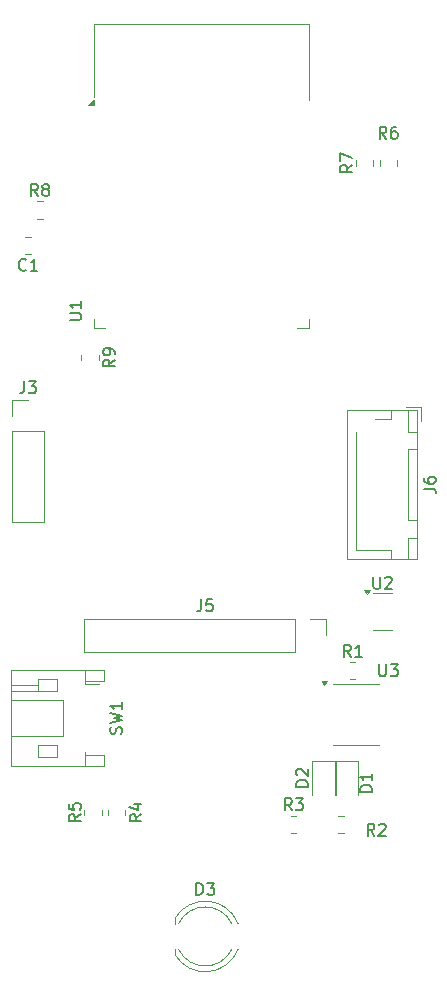
<source format=gbr>
%TF.GenerationSoftware,KiCad,Pcbnew,9.0.2*%
%TF.CreationDate,2025-12-20T20:47:09+01:00*%
%TF.ProjectId,Home sensor ESP32,486f6d65-2073-4656-9e73-6f7220455350,rev?*%
%TF.SameCoordinates,Original*%
%TF.FileFunction,Legend,Top*%
%TF.FilePolarity,Positive*%
%FSLAX46Y46*%
G04 Gerber Fmt 4.6, Leading zero omitted, Abs format (unit mm)*
G04 Created by KiCad (PCBNEW 9.0.2) date 2025-12-20 20:47:09*
%MOMM*%
%LPD*%
G01*
G04 APERTURE LIST*
%ADD10C,0.150000*%
%ADD11C,0.120000*%
G04 APERTURE END LIST*
D10*
X102738095Y-90454819D02*
X102738095Y-91264342D01*
X102738095Y-91264342D02*
X102785714Y-91359580D01*
X102785714Y-91359580D02*
X102833333Y-91407200D01*
X102833333Y-91407200D02*
X102928571Y-91454819D01*
X102928571Y-91454819D02*
X103119047Y-91454819D01*
X103119047Y-91454819D02*
X103214285Y-91407200D01*
X103214285Y-91407200D02*
X103261904Y-91359580D01*
X103261904Y-91359580D02*
X103309523Y-91264342D01*
X103309523Y-91264342D02*
X103309523Y-90454819D01*
X103690476Y-90454819D02*
X104309523Y-90454819D01*
X104309523Y-90454819D02*
X103976190Y-90835771D01*
X103976190Y-90835771D02*
X104119047Y-90835771D01*
X104119047Y-90835771D02*
X104214285Y-90883390D01*
X104214285Y-90883390D02*
X104261904Y-90931009D01*
X104261904Y-90931009D02*
X104309523Y-91026247D01*
X104309523Y-91026247D02*
X104309523Y-91264342D01*
X104309523Y-91264342D02*
X104261904Y-91359580D01*
X104261904Y-91359580D02*
X104214285Y-91407200D01*
X104214285Y-91407200D02*
X104119047Y-91454819D01*
X104119047Y-91454819D02*
X103833333Y-91454819D01*
X103833333Y-91454819D02*
X103738095Y-91407200D01*
X103738095Y-91407200D02*
X103690476Y-91359580D01*
X102238095Y-83054819D02*
X102238095Y-83864342D01*
X102238095Y-83864342D02*
X102285714Y-83959580D01*
X102285714Y-83959580D02*
X102333333Y-84007200D01*
X102333333Y-84007200D02*
X102428571Y-84054819D01*
X102428571Y-84054819D02*
X102619047Y-84054819D01*
X102619047Y-84054819D02*
X102714285Y-84007200D01*
X102714285Y-84007200D02*
X102761904Y-83959580D01*
X102761904Y-83959580D02*
X102809523Y-83864342D01*
X102809523Y-83864342D02*
X102809523Y-83054819D01*
X103238095Y-83150057D02*
X103285714Y-83102438D01*
X103285714Y-83102438D02*
X103380952Y-83054819D01*
X103380952Y-83054819D02*
X103619047Y-83054819D01*
X103619047Y-83054819D02*
X103714285Y-83102438D01*
X103714285Y-83102438D02*
X103761904Y-83150057D01*
X103761904Y-83150057D02*
X103809523Y-83245295D01*
X103809523Y-83245295D02*
X103809523Y-83340533D01*
X103809523Y-83340533D02*
X103761904Y-83483390D01*
X103761904Y-83483390D02*
X103190476Y-84054819D01*
X103190476Y-84054819D02*
X103809523Y-84054819D01*
X80354819Y-64666666D02*
X79878628Y-64999999D01*
X80354819Y-65238094D02*
X79354819Y-65238094D01*
X79354819Y-65238094D02*
X79354819Y-64857142D01*
X79354819Y-64857142D02*
X79402438Y-64761904D01*
X79402438Y-64761904D02*
X79450057Y-64714285D01*
X79450057Y-64714285D02*
X79545295Y-64666666D01*
X79545295Y-64666666D02*
X79688152Y-64666666D01*
X79688152Y-64666666D02*
X79783390Y-64714285D01*
X79783390Y-64714285D02*
X79831009Y-64761904D01*
X79831009Y-64761904D02*
X79878628Y-64857142D01*
X79878628Y-64857142D02*
X79878628Y-65238094D01*
X80354819Y-64190475D02*
X80354819Y-63999999D01*
X80354819Y-63999999D02*
X80307200Y-63904761D01*
X80307200Y-63904761D02*
X80259580Y-63857142D01*
X80259580Y-63857142D02*
X80116723Y-63761904D01*
X80116723Y-63761904D02*
X79926247Y-63714285D01*
X79926247Y-63714285D02*
X79545295Y-63714285D01*
X79545295Y-63714285D02*
X79450057Y-63761904D01*
X79450057Y-63761904D02*
X79402438Y-63809523D01*
X79402438Y-63809523D02*
X79354819Y-63904761D01*
X79354819Y-63904761D02*
X79354819Y-64095237D01*
X79354819Y-64095237D02*
X79402438Y-64190475D01*
X79402438Y-64190475D02*
X79450057Y-64238094D01*
X79450057Y-64238094D02*
X79545295Y-64285713D01*
X79545295Y-64285713D02*
X79783390Y-64285713D01*
X79783390Y-64285713D02*
X79878628Y-64238094D01*
X79878628Y-64238094D02*
X79926247Y-64190475D01*
X79926247Y-64190475D02*
X79973866Y-64095237D01*
X79973866Y-64095237D02*
X79973866Y-63904761D01*
X79973866Y-63904761D02*
X79926247Y-63809523D01*
X79926247Y-63809523D02*
X79878628Y-63761904D01*
X79878628Y-63761904D02*
X79783390Y-63714285D01*
X102333333Y-104954819D02*
X102000000Y-104478628D01*
X101761905Y-104954819D02*
X101761905Y-103954819D01*
X101761905Y-103954819D02*
X102142857Y-103954819D01*
X102142857Y-103954819D02*
X102238095Y-104002438D01*
X102238095Y-104002438D02*
X102285714Y-104050057D01*
X102285714Y-104050057D02*
X102333333Y-104145295D01*
X102333333Y-104145295D02*
X102333333Y-104288152D01*
X102333333Y-104288152D02*
X102285714Y-104383390D01*
X102285714Y-104383390D02*
X102238095Y-104431009D01*
X102238095Y-104431009D02*
X102142857Y-104478628D01*
X102142857Y-104478628D02*
X101761905Y-104478628D01*
X102714286Y-104050057D02*
X102761905Y-104002438D01*
X102761905Y-104002438D02*
X102857143Y-103954819D01*
X102857143Y-103954819D02*
X103095238Y-103954819D01*
X103095238Y-103954819D02*
X103190476Y-104002438D01*
X103190476Y-104002438D02*
X103238095Y-104050057D01*
X103238095Y-104050057D02*
X103285714Y-104145295D01*
X103285714Y-104145295D02*
X103285714Y-104240533D01*
X103285714Y-104240533D02*
X103238095Y-104383390D01*
X103238095Y-104383390D02*
X102666667Y-104954819D01*
X102666667Y-104954819D02*
X103285714Y-104954819D01*
X100454819Y-48166666D02*
X99978628Y-48499999D01*
X100454819Y-48738094D02*
X99454819Y-48738094D01*
X99454819Y-48738094D02*
X99454819Y-48357142D01*
X99454819Y-48357142D02*
X99502438Y-48261904D01*
X99502438Y-48261904D02*
X99550057Y-48214285D01*
X99550057Y-48214285D02*
X99645295Y-48166666D01*
X99645295Y-48166666D02*
X99788152Y-48166666D01*
X99788152Y-48166666D02*
X99883390Y-48214285D01*
X99883390Y-48214285D02*
X99931009Y-48261904D01*
X99931009Y-48261904D02*
X99978628Y-48357142D01*
X99978628Y-48357142D02*
X99978628Y-48738094D01*
X99454819Y-47833332D02*
X99454819Y-47166666D01*
X99454819Y-47166666D02*
X100454819Y-47595237D01*
X72666666Y-66494819D02*
X72666666Y-67209104D01*
X72666666Y-67209104D02*
X72619047Y-67351961D01*
X72619047Y-67351961D02*
X72523809Y-67447200D01*
X72523809Y-67447200D02*
X72380952Y-67494819D01*
X72380952Y-67494819D02*
X72285714Y-67494819D01*
X73047619Y-66494819D02*
X73666666Y-66494819D01*
X73666666Y-66494819D02*
X73333333Y-66875771D01*
X73333333Y-66875771D02*
X73476190Y-66875771D01*
X73476190Y-66875771D02*
X73571428Y-66923390D01*
X73571428Y-66923390D02*
X73619047Y-66971009D01*
X73619047Y-66971009D02*
X73666666Y-67066247D01*
X73666666Y-67066247D02*
X73666666Y-67304342D01*
X73666666Y-67304342D02*
X73619047Y-67399580D01*
X73619047Y-67399580D02*
X73571428Y-67447200D01*
X73571428Y-67447200D02*
X73476190Y-67494819D01*
X73476190Y-67494819D02*
X73190476Y-67494819D01*
X73190476Y-67494819D02*
X73095238Y-67447200D01*
X73095238Y-67447200D02*
X73047619Y-67399580D01*
X87666666Y-84954819D02*
X87666666Y-85669104D01*
X87666666Y-85669104D02*
X87619047Y-85811961D01*
X87619047Y-85811961D02*
X87523809Y-85907200D01*
X87523809Y-85907200D02*
X87380952Y-85954819D01*
X87380952Y-85954819D02*
X87285714Y-85954819D01*
X88619047Y-84954819D02*
X88142857Y-84954819D01*
X88142857Y-84954819D02*
X88095238Y-85431009D01*
X88095238Y-85431009D02*
X88142857Y-85383390D01*
X88142857Y-85383390D02*
X88238095Y-85335771D01*
X88238095Y-85335771D02*
X88476190Y-85335771D01*
X88476190Y-85335771D02*
X88571428Y-85383390D01*
X88571428Y-85383390D02*
X88619047Y-85431009D01*
X88619047Y-85431009D02*
X88666666Y-85526247D01*
X88666666Y-85526247D02*
X88666666Y-85764342D01*
X88666666Y-85764342D02*
X88619047Y-85859580D01*
X88619047Y-85859580D02*
X88571428Y-85907200D01*
X88571428Y-85907200D02*
X88476190Y-85954819D01*
X88476190Y-85954819D02*
X88238095Y-85954819D01*
X88238095Y-85954819D02*
X88142857Y-85907200D01*
X88142857Y-85907200D02*
X88095238Y-85859580D01*
X77454819Y-103166666D02*
X76978628Y-103499999D01*
X77454819Y-103738094D02*
X76454819Y-103738094D01*
X76454819Y-103738094D02*
X76454819Y-103357142D01*
X76454819Y-103357142D02*
X76502438Y-103261904D01*
X76502438Y-103261904D02*
X76550057Y-103214285D01*
X76550057Y-103214285D02*
X76645295Y-103166666D01*
X76645295Y-103166666D02*
X76788152Y-103166666D01*
X76788152Y-103166666D02*
X76883390Y-103214285D01*
X76883390Y-103214285D02*
X76931009Y-103261904D01*
X76931009Y-103261904D02*
X76978628Y-103357142D01*
X76978628Y-103357142D02*
X76978628Y-103738094D01*
X76454819Y-102261904D02*
X76454819Y-102738094D01*
X76454819Y-102738094D02*
X76931009Y-102785713D01*
X76931009Y-102785713D02*
X76883390Y-102738094D01*
X76883390Y-102738094D02*
X76835771Y-102642856D01*
X76835771Y-102642856D02*
X76835771Y-102404761D01*
X76835771Y-102404761D02*
X76883390Y-102309523D01*
X76883390Y-102309523D02*
X76931009Y-102261904D01*
X76931009Y-102261904D02*
X77026247Y-102214285D01*
X77026247Y-102214285D02*
X77264342Y-102214285D01*
X77264342Y-102214285D02*
X77359580Y-102261904D01*
X77359580Y-102261904D02*
X77407200Y-102309523D01*
X77407200Y-102309523D02*
X77454819Y-102404761D01*
X77454819Y-102404761D02*
X77454819Y-102642856D01*
X77454819Y-102642856D02*
X77407200Y-102738094D01*
X77407200Y-102738094D02*
X77359580Y-102785713D01*
X80907200Y-96333332D02*
X80954819Y-96190475D01*
X80954819Y-96190475D02*
X80954819Y-95952380D01*
X80954819Y-95952380D02*
X80907200Y-95857142D01*
X80907200Y-95857142D02*
X80859580Y-95809523D01*
X80859580Y-95809523D02*
X80764342Y-95761904D01*
X80764342Y-95761904D02*
X80669104Y-95761904D01*
X80669104Y-95761904D02*
X80573866Y-95809523D01*
X80573866Y-95809523D02*
X80526247Y-95857142D01*
X80526247Y-95857142D02*
X80478628Y-95952380D01*
X80478628Y-95952380D02*
X80431009Y-96142856D01*
X80431009Y-96142856D02*
X80383390Y-96238094D01*
X80383390Y-96238094D02*
X80335771Y-96285713D01*
X80335771Y-96285713D02*
X80240533Y-96333332D01*
X80240533Y-96333332D02*
X80145295Y-96333332D01*
X80145295Y-96333332D02*
X80050057Y-96285713D01*
X80050057Y-96285713D02*
X80002438Y-96238094D01*
X80002438Y-96238094D02*
X79954819Y-96142856D01*
X79954819Y-96142856D02*
X79954819Y-95904761D01*
X79954819Y-95904761D02*
X80002438Y-95761904D01*
X79954819Y-95428570D02*
X80954819Y-95190475D01*
X80954819Y-95190475D02*
X80240533Y-94999999D01*
X80240533Y-94999999D02*
X80954819Y-94809523D01*
X80954819Y-94809523D02*
X79954819Y-94571428D01*
X80954819Y-93666666D02*
X80954819Y-94238094D01*
X80954819Y-93952380D02*
X79954819Y-93952380D01*
X79954819Y-93952380D02*
X80097676Y-94047618D01*
X80097676Y-94047618D02*
X80192914Y-94142856D01*
X80192914Y-94142856D02*
X80240533Y-94238094D01*
X96704819Y-100808094D02*
X95704819Y-100808094D01*
X95704819Y-100808094D02*
X95704819Y-100569999D01*
X95704819Y-100569999D02*
X95752438Y-100427142D01*
X95752438Y-100427142D02*
X95847676Y-100331904D01*
X95847676Y-100331904D02*
X95942914Y-100284285D01*
X95942914Y-100284285D02*
X96133390Y-100236666D01*
X96133390Y-100236666D02*
X96276247Y-100236666D01*
X96276247Y-100236666D02*
X96466723Y-100284285D01*
X96466723Y-100284285D02*
X96561961Y-100331904D01*
X96561961Y-100331904D02*
X96657200Y-100427142D01*
X96657200Y-100427142D02*
X96704819Y-100569999D01*
X96704819Y-100569999D02*
X96704819Y-100808094D01*
X95800057Y-99855713D02*
X95752438Y-99808094D01*
X95752438Y-99808094D02*
X95704819Y-99712856D01*
X95704819Y-99712856D02*
X95704819Y-99474761D01*
X95704819Y-99474761D02*
X95752438Y-99379523D01*
X95752438Y-99379523D02*
X95800057Y-99331904D01*
X95800057Y-99331904D02*
X95895295Y-99284285D01*
X95895295Y-99284285D02*
X95990533Y-99284285D01*
X95990533Y-99284285D02*
X96133390Y-99331904D01*
X96133390Y-99331904D02*
X96704819Y-99903332D01*
X96704819Y-99903332D02*
X96704819Y-99284285D01*
X76524819Y-61306904D02*
X77334342Y-61306904D01*
X77334342Y-61306904D02*
X77429580Y-61259285D01*
X77429580Y-61259285D02*
X77477200Y-61211666D01*
X77477200Y-61211666D02*
X77524819Y-61116428D01*
X77524819Y-61116428D02*
X77524819Y-60925952D01*
X77524819Y-60925952D02*
X77477200Y-60830714D01*
X77477200Y-60830714D02*
X77429580Y-60783095D01*
X77429580Y-60783095D02*
X77334342Y-60735476D01*
X77334342Y-60735476D02*
X76524819Y-60735476D01*
X77524819Y-59735476D02*
X77524819Y-60306904D01*
X77524819Y-60021190D02*
X76524819Y-60021190D01*
X76524819Y-60021190D02*
X76667676Y-60116428D01*
X76667676Y-60116428D02*
X76762914Y-60211666D01*
X76762914Y-60211666D02*
X76810533Y-60306904D01*
X102104819Y-101238094D02*
X101104819Y-101238094D01*
X101104819Y-101238094D02*
X101104819Y-100999999D01*
X101104819Y-100999999D02*
X101152438Y-100857142D01*
X101152438Y-100857142D02*
X101247676Y-100761904D01*
X101247676Y-100761904D02*
X101342914Y-100714285D01*
X101342914Y-100714285D02*
X101533390Y-100666666D01*
X101533390Y-100666666D02*
X101676247Y-100666666D01*
X101676247Y-100666666D02*
X101866723Y-100714285D01*
X101866723Y-100714285D02*
X101961961Y-100761904D01*
X101961961Y-100761904D02*
X102057200Y-100857142D01*
X102057200Y-100857142D02*
X102104819Y-100999999D01*
X102104819Y-100999999D02*
X102104819Y-101238094D01*
X102104819Y-99714285D02*
X102104819Y-100285713D01*
X102104819Y-99999999D02*
X101104819Y-99999999D01*
X101104819Y-99999999D02*
X101247676Y-100095237D01*
X101247676Y-100095237D02*
X101342914Y-100190475D01*
X101342914Y-100190475D02*
X101390533Y-100285713D01*
X82604819Y-103166666D02*
X82128628Y-103499999D01*
X82604819Y-103738094D02*
X81604819Y-103738094D01*
X81604819Y-103738094D02*
X81604819Y-103357142D01*
X81604819Y-103357142D02*
X81652438Y-103261904D01*
X81652438Y-103261904D02*
X81700057Y-103214285D01*
X81700057Y-103214285D02*
X81795295Y-103166666D01*
X81795295Y-103166666D02*
X81938152Y-103166666D01*
X81938152Y-103166666D02*
X82033390Y-103214285D01*
X82033390Y-103214285D02*
X82081009Y-103261904D01*
X82081009Y-103261904D02*
X82128628Y-103357142D01*
X82128628Y-103357142D02*
X82128628Y-103738094D01*
X81938152Y-102309523D02*
X82604819Y-102309523D01*
X81557200Y-102547618D02*
X82271485Y-102785713D01*
X82271485Y-102785713D02*
X82271485Y-102166666D01*
X87261905Y-109994819D02*
X87261905Y-108994819D01*
X87261905Y-108994819D02*
X87500000Y-108994819D01*
X87500000Y-108994819D02*
X87642857Y-109042438D01*
X87642857Y-109042438D02*
X87738095Y-109137676D01*
X87738095Y-109137676D02*
X87785714Y-109232914D01*
X87785714Y-109232914D02*
X87833333Y-109423390D01*
X87833333Y-109423390D02*
X87833333Y-109566247D01*
X87833333Y-109566247D02*
X87785714Y-109756723D01*
X87785714Y-109756723D02*
X87738095Y-109851961D01*
X87738095Y-109851961D02*
X87642857Y-109947200D01*
X87642857Y-109947200D02*
X87500000Y-109994819D01*
X87500000Y-109994819D02*
X87261905Y-109994819D01*
X88166667Y-108994819D02*
X88785714Y-108994819D01*
X88785714Y-108994819D02*
X88452381Y-109375771D01*
X88452381Y-109375771D02*
X88595238Y-109375771D01*
X88595238Y-109375771D02*
X88690476Y-109423390D01*
X88690476Y-109423390D02*
X88738095Y-109471009D01*
X88738095Y-109471009D02*
X88785714Y-109566247D01*
X88785714Y-109566247D02*
X88785714Y-109804342D01*
X88785714Y-109804342D02*
X88738095Y-109899580D01*
X88738095Y-109899580D02*
X88690476Y-109947200D01*
X88690476Y-109947200D02*
X88595238Y-109994819D01*
X88595238Y-109994819D02*
X88309524Y-109994819D01*
X88309524Y-109994819D02*
X88214286Y-109947200D01*
X88214286Y-109947200D02*
X88166667Y-109899580D01*
X106504819Y-75583333D02*
X107219104Y-75583333D01*
X107219104Y-75583333D02*
X107361961Y-75630952D01*
X107361961Y-75630952D02*
X107457200Y-75726190D01*
X107457200Y-75726190D02*
X107504819Y-75869047D01*
X107504819Y-75869047D02*
X107504819Y-75964285D01*
X106504819Y-74678571D02*
X106504819Y-74869047D01*
X106504819Y-74869047D02*
X106552438Y-74964285D01*
X106552438Y-74964285D02*
X106600057Y-75011904D01*
X106600057Y-75011904D02*
X106742914Y-75107142D01*
X106742914Y-75107142D02*
X106933390Y-75154761D01*
X106933390Y-75154761D02*
X107314342Y-75154761D01*
X107314342Y-75154761D02*
X107409580Y-75107142D01*
X107409580Y-75107142D02*
X107457200Y-75059523D01*
X107457200Y-75059523D02*
X107504819Y-74964285D01*
X107504819Y-74964285D02*
X107504819Y-74773809D01*
X107504819Y-74773809D02*
X107457200Y-74678571D01*
X107457200Y-74678571D02*
X107409580Y-74630952D01*
X107409580Y-74630952D02*
X107314342Y-74583333D01*
X107314342Y-74583333D02*
X107076247Y-74583333D01*
X107076247Y-74583333D02*
X106981009Y-74630952D01*
X106981009Y-74630952D02*
X106933390Y-74678571D01*
X106933390Y-74678571D02*
X106885771Y-74773809D01*
X106885771Y-74773809D02*
X106885771Y-74964285D01*
X106885771Y-74964285D02*
X106933390Y-75059523D01*
X106933390Y-75059523D02*
X106981009Y-75107142D01*
X106981009Y-75107142D02*
X107076247Y-75154761D01*
X95333333Y-102804819D02*
X95000000Y-102328628D01*
X94761905Y-102804819D02*
X94761905Y-101804819D01*
X94761905Y-101804819D02*
X95142857Y-101804819D01*
X95142857Y-101804819D02*
X95238095Y-101852438D01*
X95238095Y-101852438D02*
X95285714Y-101900057D01*
X95285714Y-101900057D02*
X95333333Y-101995295D01*
X95333333Y-101995295D02*
X95333333Y-102138152D01*
X95333333Y-102138152D02*
X95285714Y-102233390D01*
X95285714Y-102233390D02*
X95238095Y-102281009D01*
X95238095Y-102281009D02*
X95142857Y-102328628D01*
X95142857Y-102328628D02*
X94761905Y-102328628D01*
X95666667Y-101804819D02*
X96285714Y-101804819D01*
X96285714Y-101804819D02*
X95952381Y-102185771D01*
X95952381Y-102185771D02*
X96095238Y-102185771D01*
X96095238Y-102185771D02*
X96190476Y-102233390D01*
X96190476Y-102233390D02*
X96238095Y-102281009D01*
X96238095Y-102281009D02*
X96285714Y-102376247D01*
X96285714Y-102376247D02*
X96285714Y-102614342D01*
X96285714Y-102614342D02*
X96238095Y-102709580D01*
X96238095Y-102709580D02*
X96190476Y-102757200D01*
X96190476Y-102757200D02*
X96095238Y-102804819D01*
X96095238Y-102804819D02*
X95809524Y-102804819D01*
X95809524Y-102804819D02*
X95714286Y-102757200D01*
X95714286Y-102757200D02*
X95666667Y-102709580D01*
X100333333Y-89804819D02*
X100000000Y-89328628D01*
X99761905Y-89804819D02*
X99761905Y-88804819D01*
X99761905Y-88804819D02*
X100142857Y-88804819D01*
X100142857Y-88804819D02*
X100238095Y-88852438D01*
X100238095Y-88852438D02*
X100285714Y-88900057D01*
X100285714Y-88900057D02*
X100333333Y-88995295D01*
X100333333Y-88995295D02*
X100333333Y-89138152D01*
X100333333Y-89138152D02*
X100285714Y-89233390D01*
X100285714Y-89233390D02*
X100238095Y-89281009D01*
X100238095Y-89281009D02*
X100142857Y-89328628D01*
X100142857Y-89328628D02*
X99761905Y-89328628D01*
X101285714Y-89804819D02*
X100714286Y-89804819D01*
X101000000Y-89804819D02*
X101000000Y-88804819D01*
X101000000Y-88804819D02*
X100904762Y-88947676D01*
X100904762Y-88947676D02*
X100809524Y-89042914D01*
X100809524Y-89042914D02*
X100714286Y-89090533D01*
X73833333Y-50804819D02*
X73500000Y-50328628D01*
X73261905Y-50804819D02*
X73261905Y-49804819D01*
X73261905Y-49804819D02*
X73642857Y-49804819D01*
X73642857Y-49804819D02*
X73738095Y-49852438D01*
X73738095Y-49852438D02*
X73785714Y-49900057D01*
X73785714Y-49900057D02*
X73833333Y-49995295D01*
X73833333Y-49995295D02*
X73833333Y-50138152D01*
X73833333Y-50138152D02*
X73785714Y-50233390D01*
X73785714Y-50233390D02*
X73738095Y-50281009D01*
X73738095Y-50281009D02*
X73642857Y-50328628D01*
X73642857Y-50328628D02*
X73261905Y-50328628D01*
X74404762Y-50233390D02*
X74309524Y-50185771D01*
X74309524Y-50185771D02*
X74261905Y-50138152D01*
X74261905Y-50138152D02*
X74214286Y-50042914D01*
X74214286Y-50042914D02*
X74214286Y-49995295D01*
X74214286Y-49995295D02*
X74261905Y-49900057D01*
X74261905Y-49900057D02*
X74309524Y-49852438D01*
X74309524Y-49852438D02*
X74404762Y-49804819D01*
X74404762Y-49804819D02*
X74595238Y-49804819D01*
X74595238Y-49804819D02*
X74690476Y-49852438D01*
X74690476Y-49852438D02*
X74738095Y-49900057D01*
X74738095Y-49900057D02*
X74785714Y-49995295D01*
X74785714Y-49995295D02*
X74785714Y-50042914D01*
X74785714Y-50042914D02*
X74738095Y-50138152D01*
X74738095Y-50138152D02*
X74690476Y-50185771D01*
X74690476Y-50185771D02*
X74595238Y-50233390D01*
X74595238Y-50233390D02*
X74404762Y-50233390D01*
X74404762Y-50233390D02*
X74309524Y-50281009D01*
X74309524Y-50281009D02*
X74261905Y-50328628D01*
X74261905Y-50328628D02*
X74214286Y-50423866D01*
X74214286Y-50423866D02*
X74214286Y-50614342D01*
X74214286Y-50614342D02*
X74261905Y-50709580D01*
X74261905Y-50709580D02*
X74309524Y-50757200D01*
X74309524Y-50757200D02*
X74404762Y-50804819D01*
X74404762Y-50804819D02*
X74595238Y-50804819D01*
X74595238Y-50804819D02*
X74690476Y-50757200D01*
X74690476Y-50757200D02*
X74738095Y-50709580D01*
X74738095Y-50709580D02*
X74785714Y-50614342D01*
X74785714Y-50614342D02*
X74785714Y-50423866D01*
X74785714Y-50423866D02*
X74738095Y-50328628D01*
X74738095Y-50328628D02*
X74690476Y-50281009D01*
X74690476Y-50281009D02*
X74595238Y-50233390D01*
X103333333Y-45954819D02*
X103000000Y-45478628D01*
X102761905Y-45954819D02*
X102761905Y-44954819D01*
X102761905Y-44954819D02*
X103142857Y-44954819D01*
X103142857Y-44954819D02*
X103238095Y-45002438D01*
X103238095Y-45002438D02*
X103285714Y-45050057D01*
X103285714Y-45050057D02*
X103333333Y-45145295D01*
X103333333Y-45145295D02*
X103333333Y-45288152D01*
X103333333Y-45288152D02*
X103285714Y-45383390D01*
X103285714Y-45383390D02*
X103238095Y-45431009D01*
X103238095Y-45431009D02*
X103142857Y-45478628D01*
X103142857Y-45478628D02*
X102761905Y-45478628D01*
X104190476Y-44954819D02*
X104000000Y-44954819D01*
X104000000Y-44954819D02*
X103904762Y-45002438D01*
X103904762Y-45002438D02*
X103857143Y-45050057D01*
X103857143Y-45050057D02*
X103761905Y-45192914D01*
X103761905Y-45192914D02*
X103714286Y-45383390D01*
X103714286Y-45383390D02*
X103714286Y-45764342D01*
X103714286Y-45764342D02*
X103761905Y-45859580D01*
X103761905Y-45859580D02*
X103809524Y-45907200D01*
X103809524Y-45907200D02*
X103904762Y-45954819D01*
X103904762Y-45954819D02*
X104095238Y-45954819D01*
X104095238Y-45954819D02*
X104190476Y-45907200D01*
X104190476Y-45907200D02*
X104238095Y-45859580D01*
X104238095Y-45859580D02*
X104285714Y-45764342D01*
X104285714Y-45764342D02*
X104285714Y-45526247D01*
X104285714Y-45526247D02*
X104238095Y-45431009D01*
X104238095Y-45431009D02*
X104190476Y-45383390D01*
X104190476Y-45383390D02*
X104095238Y-45335771D01*
X104095238Y-45335771D02*
X103904762Y-45335771D01*
X103904762Y-45335771D02*
X103809524Y-45383390D01*
X103809524Y-45383390D02*
X103761905Y-45431009D01*
X103761905Y-45431009D02*
X103714286Y-45526247D01*
X72833333Y-57039580D02*
X72785714Y-57087200D01*
X72785714Y-57087200D02*
X72642857Y-57134819D01*
X72642857Y-57134819D02*
X72547619Y-57134819D01*
X72547619Y-57134819D02*
X72404762Y-57087200D01*
X72404762Y-57087200D02*
X72309524Y-56991961D01*
X72309524Y-56991961D02*
X72261905Y-56896723D01*
X72261905Y-56896723D02*
X72214286Y-56706247D01*
X72214286Y-56706247D02*
X72214286Y-56563390D01*
X72214286Y-56563390D02*
X72261905Y-56372914D01*
X72261905Y-56372914D02*
X72309524Y-56277676D01*
X72309524Y-56277676D02*
X72404762Y-56182438D01*
X72404762Y-56182438D02*
X72547619Y-56134819D01*
X72547619Y-56134819D02*
X72642857Y-56134819D01*
X72642857Y-56134819D02*
X72785714Y-56182438D01*
X72785714Y-56182438D02*
X72833333Y-56230057D01*
X73785714Y-57134819D02*
X73214286Y-57134819D01*
X73500000Y-57134819D02*
X73500000Y-56134819D01*
X73500000Y-56134819D02*
X73404762Y-56277676D01*
X73404762Y-56277676D02*
X73309524Y-56372914D01*
X73309524Y-56372914D02*
X73214286Y-56420533D01*
D11*
%TO.C,U3*%
X100800000Y-92140000D02*
X98850000Y-92140000D01*
X100800000Y-92140000D02*
X102750000Y-92140000D01*
X100800000Y-97260000D02*
X98850000Y-97260000D01*
X100800000Y-97260000D02*
X102750000Y-97260000D01*
X98100000Y-92235000D02*
X97860000Y-91905000D01*
X98340000Y-91905000D01*
X98100000Y-92235000D01*
G36*
X98100000Y-92235000D02*
G01*
X97860000Y-91905000D01*
X98340000Y-91905000D01*
X98100000Y-92235000D01*
G37*
%TO.C,U2*%
X103000000Y-84440000D02*
X102200000Y-84440000D01*
X103000000Y-84440000D02*
X103800000Y-84440000D01*
X103000000Y-87560000D02*
X102200000Y-87560000D01*
X103000000Y-87560000D02*
X103800000Y-87560000D01*
X101700000Y-84490000D02*
X101460000Y-84160000D01*
X101940000Y-84160000D01*
X101700000Y-84490000D01*
G36*
X101700000Y-84490000D02*
G01*
X101460000Y-84160000D01*
X101940000Y-84160000D01*
X101700000Y-84490000D01*
G37*
%TO.C,R9*%
X77515000Y-64272936D02*
X77515000Y-64727064D01*
X78985000Y-64272936D02*
X78985000Y-64727064D01*
%TO.C,R2*%
X99272936Y-103265000D02*
X99727064Y-103265000D01*
X99272936Y-104735000D02*
X99727064Y-104735000D01*
%TO.C,R7*%
X100765000Y-47772936D02*
X100765000Y-48227064D01*
X102235000Y-47772936D02*
X102235000Y-48227064D01*
%TO.C,J3*%
X71620000Y-68040000D02*
X73000000Y-68040000D01*
X71620000Y-69420000D02*
X71620000Y-68040000D01*
X71620000Y-70690000D02*
X71620000Y-78420000D01*
X71620000Y-70690000D02*
X74380000Y-70690000D01*
X71620000Y-78420000D02*
X74380000Y-78420000D01*
X74380000Y-70690000D02*
X74380000Y-78420000D01*
%TO.C,J5*%
X77730000Y-86620000D02*
X77730000Y-89380000D01*
X95620000Y-86620000D02*
X77730000Y-86620000D01*
X95620000Y-86620000D02*
X95620000Y-89380000D01*
X95620000Y-89380000D02*
X77730000Y-89380000D01*
X96890000Y-86620000D02*
X98270000Y-86620000D01*
X98270000Y-86620000D02*
X98270000Y-88000000D01*
%TO.C,R5*%
X77765000Y-102772936D02*
X77765000Y-103227064D01*
X79235000Y-102772936D02*
X79235000Y-103227064D01*
%TO.C,SW1*%
X71590000Y-90940000D02*
X71590000Y-99060000D01*
X71590000Y-93500000D02*
X75950000Y-93500000D01*
X71590000Y-99060000D02*
X79410000Y-99060000D01*
X73850000Y-91700000D02*
X73850000Y-92700000D01*
X73850000Y-92200000D02*
X71590000Y-92200000D01*
X73850000Y-92700000D02*
X71590000Y-92700000D01*
X73850000Y-92700000D02*
X75450000Y-92700000D01*
X73850000Y-97300000D02*
X75450000Y-97300000D01*
X73850000Y-98300000D02*
X73850000Y-97300000D01*
X75450000Y-91700000D02*
X73850000Y-91700000D01*
X75450000Y-92700000D02*
X75450000Y-91700000D01*
X75450000Y-97300000D02*
X75450000Y-98300000D01*
X75450000Y-98300000D02*
X73850000Y-98300000D01*
X75950000Y-93500000D02*
X75950000Y-96500000D01*
X75950000Y-96500000D02*
X71590000Y-96500000D01*
X77810000Y-90940000D02*
X77810000Y-91860000D01*
X77810000Y-91860000D02*
X79410000Y-91860000D01*
X77810000Y-92140000D02*
X77810000Y-91860000D01*
X77810000Y-92140000D02*
X79025000Y-92140000D01*
X77810000Y-98140000D02*
X77810000Y-97860000D01*
X77810000Y-99060000D02*
X77810000Y-98140000D01*
X79410000Y-90940000D02*
X71590000Y-90940000D01*
X79410000Y-91860000D02*
X79410000Y-90940000D01*
X79410000Y-98140000D02*
X77810000Y-98140000D01*
X79410000Y-99060000D02*
X79410000Y-98140000D01*
%TO.C,D2*%
X97040000Y-98640000D02*
X97040000Y-101500000D01*
X98960000Y-98640000D02*
X97040000Y-98640000D01*
X98960000Y-101500000D02*
X98960000Y-98640000D01*
%TO.C,U1*%
X78560000Y-36255000D02*
X78560000Y-42415000D01*
X78560000Y-36255000D02*
X96800000Y-36255000D01*
X78560000Y-61215000D02*
X78560000Y-61995000D01*
X78560000Y-61995000D02*
X79560000Y-61995000D01*
X96800000Y-36255000D02*
X96800000Y-42670000D01*
X96800000Y-61215000D02*
X96800000Y-61995000D01*
X96800000Y-61995000D02*
X95800000Y-61995000D01*
X78555000Y-43140000D02*
X78055000Y-43140000D01*
X78555000Y-42640000D01*
X78555000Y-43140000D01*
G36*
X78555000Y-43140000D02*
G01*
X78055000Y-43140000D01*
X78555000Y-42640000D01*
X78555000Y-43140000D01*
G37*
%TO.C,D1*%
X99040000Y-98640000D02*
X99040000Y-101500000D01*
X100960000Y-98640000D02*
X99040000Y-98640000D01*
X100960000Y-101500000D02*
X100960000Y-98640000D01*
%TO.C,R4*%
X79765000Y-102772936D02*
X79765000Y-103227064D01*
X81235000Y-102772936D02*
X81235000Y-103227064D01*
%TO.C,D3*%
X85440000Y-111955000D02*
X85440000Y-112420000D01*
X85440000Y-114580000D02*
X85440000Y-115045000D01*
X85440000Y-111955170D02*
G75*
G02*
X90788136Y-112420000I2560000J-1544830D01*
G01*
X85745316Y-112420000D02*
G75*
G02*
X90254684Y-112420000I2254684J-1080000D01*
G01*
X90254684Y-114580000D02*
G75*
G02*
X85745316Y-114580000I-2254684J1080000D01*
G01*
X90788136Y-114580000D02*
G75*
G02*
X85440000Y-115044830I-2788136J1080000D01*
G01*
%TO.C,J6*%
X99990000Y-68940000D02*
X99990000Y-81560000D01*
X99990000Y-81560000D02*
X105960000Y-81560000D01*
X100750000Y-75250000D02*
X100750000Y-70760000D01*
X100750000Y-80800000D02*
X100750000Y-75250000D01*
X103700000Y-68950000D02*
X103700000Y-69700000D01*
X103700000Y-69700000D02*
X102360000Y-69700000D01*
X103700000Y-80800000D02*
X100750000Y-80800000D01*
X103700000Y-81550000D02*
X103700000Y-80800000D01*
X105200000Y-68950000D02*
X105200000Y-70750000D01*
X105200000Y-70750000D02*
X105950000Y-70750000D01*
X105200000Y-72250000D02*
X105200000Y-78250000D01*
X105200000Y-78250000D02*
X105950000Y-78250000D01*
X105200000Y-79750000D02*
X105200000Y-81550000D01*
X105200000Y-81550000D02*
X105950000Y-81550000D01*
X105950000Y-68950000D02*
X105200000Y-68950000D01*
X105950000Y-70750000D02*
X105950000Y-68950000D01*
X105950000Y-72250000D02*
X105200000Y-72250000D01*
X105950000Y-78250000D02*
X105950000Y-72250000D01*
X105950000Y-79750000D02*
X105200000Y-79750000D01*
X105950000Y-81550000D02*
X105950000Y-79750000D01*
X105960000Y-68940000D02*
X99990000Y-68940000D01*
X105960000Y-81560000D02*
X105960000Y-68940000D01*
X106250000Y-68650000D02*
X105000000Y-68650000D01*
X106250000Y-69900000D02*
X106250000Y-68650000D01*
%TO.C,R3*%
X95272936Y-103265000D02*
X95727064Y-103265000D01*
X95272936Y-104735000D02*
X95727064Y-104735000D01*
%TO.C,R1*%
X100272936Y-90265000D02*
X100727064Y-90265000D01*
X100272936Y-91735000D02*
X100727064Y-91735000D01*
%TO.C,R8*%
X73772936Y-51265000D02*
X74227064Y-51265000D01*
X73772936Y-52735000D02*
X74227064Y-52735000D01*
%TO.C,R6*%
X102765000Y-48227064D02*
X102765000Y-47772936D01*
X104235000Y-48227064D02*
X104235000Y-47772936D01*
%TO.C,C1*%
X73261252Y-54265000D02*
X72738748Y-54265000D01*
X73261252Y-55735000D02*
X72738748Y-55735000D01*
%TD*%
M02*

</source>
